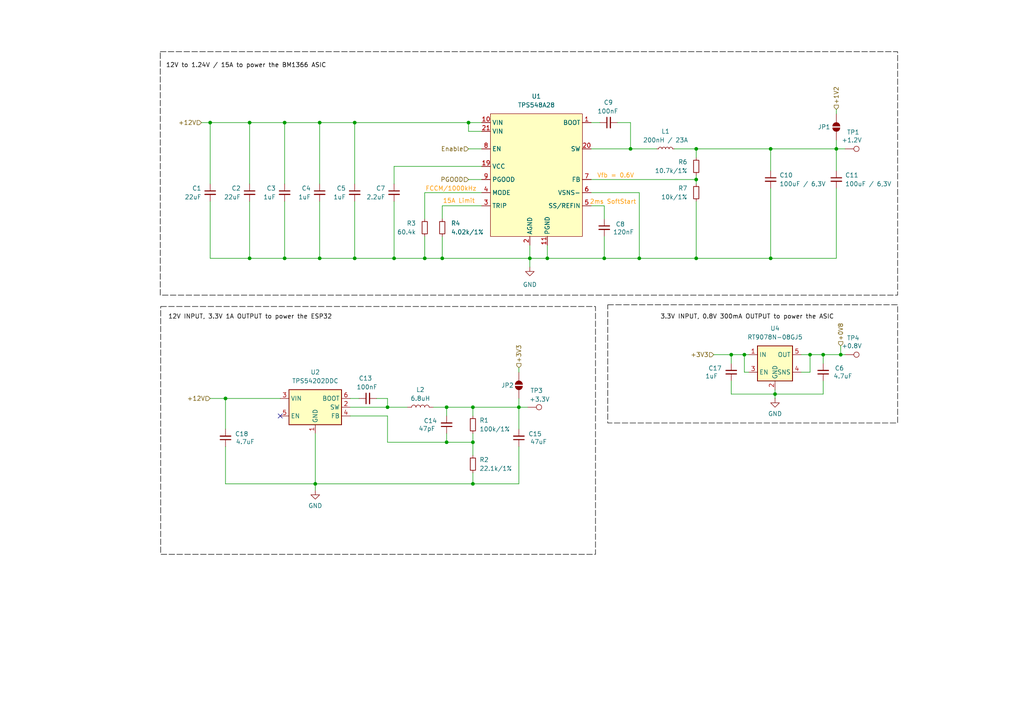
<source format=kicad_sch>
(kicad_sch (version 20231120) (generator "eeschema") (generator_version "8.0")
  (paper "A4")
  (title_block (title "Blockchain Guard") (date "2025-01-03") (rev "1.0.0") (company "Blockchain Guards UG"))
  (lib_symbols
    (symbol "Connector:TestPoint" (pin_numbers hide) (pin_names (offset 0.762) hide)
      (property "Reference" "TP" (at 0 6.858 0))
      (property "Value" "TestPoint" (at 0 5.08 0))
      (symbol "TestPoint_0_1"
        (circle (center 0 3.302) (radius 0.762))
      )
      (symbol "TestPoint_1_1"
        (pin passive line (at 0 0 90) (length 2.54) (name "1") (number "1"))
      )
    )
    (symbol "Device:C_Small" (pin_numbers hide) (pin_names (offset 0.254) hide)
      (property "Reference" "C" (at 0.254 1.778 0))
      (property "Value" "C_Small" (at 0.254 -2.032 0))
      (symbol "C_Small_0_1"
        (polyline (pts (xy -1.524 -0.508) (xy 1.524 -0.508)) (stroke (width 0.3302)))
        (polyline (pts (xy -1.524 0.508) (xy 1.524 0.508)) (stroke (width 0.3048)))
      )
      (symbol "C_Small_1_1"
        (pin passive line (at 0 2.54 270) (length 2.032) (name "~") (number "1"))
        (pin passive line (at 0 -2.54 90) (length 2.032) (name "~") (number "2"))
      )
    )
    (symbol "Device:L" (pin_numbers hide) (pin_names (offset 1.016) hide)
      (property "Reference" "L" (at -1.27 0 90))
      (property "Value" "L" (at 1.905 0 90))
      (symbol "L_0_1"
        (arc (start 0 -2.54) (mid 0.6323 -1.905) (end 0 -1.27))
        (arc (start 0 -1.27) (mid 0.6323 -0.635) (end 0 0))
        (arc (start 0 0) (mid 0.6323 0.635) (end 0 1.27))
        (arc (start 0 1.27) (mid 0.6323 1.905) (end 0 2.54))
      )
      (symbol "L_1_1"
        (pin passive line (at 0 3.81 270) (length 1.27) (name "1") (number "1"))
        (pin passive line (at 0 -3.81 90) (length 1.27) (name "2") (number "2"))
      )
    )
    (symbol "Device:L_Small" (pin_numbers hide) (pin_names (offset 0.254) hide)
      (property "Reference" "L" (at 0.762 1.016 0))
      (property "Value" "L_Small" (at 0.762 -1.016 0))
      (symbol "L_Small_0_1"
        (arc (start 0 -2.032) (mid 0.5058 -1.524) (end 0 -1.016))
        (arc (start 0 -1.016) (mid 0.5058 -0.508) (end 0 0))
        (arc (start 0 0) (mid 0.5058 0.508) (end 0 1.016))
        (arc (start 0 1.016) (mid 0.5058 1.524) (end 0 2.032))
      )
      (symbol "L_Small_1_1"
        (pin passive line (at 0 2.54 270) (length 0.508) (name "~") (number "1"))
        (pin passive line (at 0 -2.54 90) (length 0.508) (name "~") (number "2"))
      )
    )
    (symbol "Device:R_Small" (pin_numbers hide) (pin_names (offset 0.254) hide)
      (property "Reference" "R" (at 0.762 0.508 0))
      (property "Value" "R_Small" (at 0.762 -1.016 0))
      (symbol "R_Small_0_1"
        (rectangle (start -0.762 1.778) (end 0.762 -1.778) (stroke (width 0.2032)))
      )
      (symbol "R_Small_1_1"
        (pin passive line (at 0 2.54 270) (length 0.762) (name "~") (number "1"))
        (pin passive line (at 0 -2.54 90) (length 0.762) (name "~") (number "2"))
      )
    )
    (symbol "Jumper:SolderJumper_2_Open" (pin_numbers hide) (pin_names (offset 0) hide) (exclude_from_sim yes) (in_bom no)
      (property "Reference" "JP" (at 0 2.032 0))
      (property "Value" "SolderJumper_2_Open" (at 0 -2.54 0))
      (symbol "SolderJumper_2_Open_0_1"
        (arc (start -0.254 1.016) (mid -1.2656 0) (end -0.254 -1.016))
        (arc (start -0.254 1.016) (mid -1.2656 0) (end -0.254 -1.016) (fill (type outline)))
        (polyline (pts (xy -0.254 1.016) (xy -0.254 -1.016)))
        (polyline (pts (xy 0.254 1.016) (xy 0.254 -1.016)))
        (arc (start 0.254 -1.016) (mid 1.2656 0) (end 0.254 1.016))
        (arc (start 0.254 -1.016) (mid 1.2656 0) (end 0.254 1.016) (fill (type outline)))
      )
      (symbol "SolderJumper_2_Open_1_1"
        (pin passive line (at -3.81 0 0) (length 2.54) (name "A") (number "1"))
        (pin passive line (at 3.81 0 180) (length 2.54) (name "B") (number "2"))
      )
    )
    (symbol "Power_BK:RT9078N-08GJ5"
      (property "Reference" "U" (at 0 8.89 0))
      (property "Value" "RT9078N-08GJ5" (at 0 6.35 0))
      (symbol "RT9078N-08GJ5_0_1"
        (rectangle (start -5.08 5.08) (end 5.08 -5.08) (stroke (width 0.254)) (fill (type background)))
      )
      (symbol "RT9078N-08GJ5_1_1"
        (pin power_in line (at -7.62 2.54 0) (length 2.54) (name "IN") (number "1"))
        (pin power_in line (at 0 -7.62 90) (length 2.54) (name "GND") (number "2"))
        (pin input line (at -7.62 -2.54 0) (length 2.54) (name "EN") (number "3"))
        (pin input line (at 7.62 -2.54 180) (length 2.54) (name "SNS") (number "4"))
        (pin power_out line (at 7.62 2.54 180) (length 2.54) (name "OUT") (number "5"))
      )
    )
    (symbol "Power_BK:TPS548A28"
      (property "Reference" "U" (at 0 21.336 0))
      (property "Value" "TPS548A28" (at 0.254 18.288 0))
      (symbol "TPS548A28_1_1"
        (rectangle (start -13.97 16.51) (end 12.7 -19.05) (fill (type background)))
        (pin bidirectional line (at 15.24 13.97 180) (length 2.54) (name "BOOT") (number "1"))
        (pin power_in line (at -16.51 13.97 0) (length 2.54) (name "VIN") (number "10"))
        (pin power_in line (at 2.54 -21.59 90) (length 2.54) (name "PGND") (number "11"))
        (pin bidirectional line (at -16.51 1.27 0) (length 2.54) (name "VCC") (number "19"))
        (pin power_in line (at -2.54 -21.59 90) (length 2.54) (name "AGND") (number "2"))
        (pin output line (at 15.24 6.35 180) (length 2.54) (name "SW") (number "20"))
        (pin power_in line (at -16.51 11.43 0) (length 2.54) (name "VIN") (number "21"))
        (pin bidirectional line (at -16.51 -10.16 0) (length 2.54) (name "TRIP") (number "3"))
        (pin input line (at -16.51 -6.35 0) (length 2.54) (name "MODE") (number "4"))
        (pin bidirectional line (at 15.24 -10.16 180) (length 2.54) (name "SS/REFIN") (number "5"))
        (pin input line (at 15.24 -6.35 180) (length 2.54) (name "VSNS-") (number "6"))
        (pin input line (at 15.24 -2.54 180) (length 2.54) (name "FB") (number "7"))
        (pin input line (at -16.51 6.35 0) (length 2.54) (name "EN") (number "8"))
        (pin output line (at -16.51 -2.54 0) (length 2.54) (name "PGOOD") (number "9"))
      )
    )
    (symbol "Regulator_Switching:TPS54202DDC"
      (property "Reference" "U" (at -7.62 6.35 0))
      (property "Value" "TPS54202DDC" (at 0 6.35 0))
      (symbol "TPS54202DDC_0_1"
        (rectangle (start -7.62 5.08) (end 7.62 -5.08) (stroke (width 0.254)) (fill (type background)))
      )
      (symbol "TPS54202DDC_1_1"
        (pin power_in line (at 0 -7.62 90) (length 2.54) (name "GND") (number "1"))
        (pin power_out line (at 10.16 0 180) (length 2.54) (name "SW") (number "2"))
        (pin power_in line (at -10.16 2.54 0) (length 2.54) (name "VIN") (number "3"))
        (pin input line (at 10.16 -2.54 180) (length 2.54) (name "FB") (number "4"))
        (pin input line (at -10.16 -2.54 0) (length 2.54) (name "EN") (number "5"))
        (pin passive line (at 10.16 2.54 180) (length 2.54) (name "BOOT") (number "6"))
      )
    )
    (symbol "power:GND" (power) (pin_numbers hide) (pin_names (offset 0) hide)
      (property "Value" "GND" (at 0 -3.81 0))
      (symbol "GND_0_1"
        (polyline (pts (xy 0 0) (xy 0 -1.27) (xy 1.27 -1.27) (xy 0 -2.54) (xy -1.27 -1.27) (xy 0 -1.27)))
      )
      (symbol "GND_1_1"
        (pin power_in line (at 0 0 270) (length 0) (name "~") (number "1"))
      )
    )
  )
  (junction (at 60.96 35.56))
  (junction (at 135.89 35.56))
  (junction (at 242.57 43.18))
  (junction (at 243.84 102.87))
  (junction (at 102.87 74.93))
  (junction (at 212.09 102.87))
  (junction (at 123.19 74.93))
  (junction (at 92.71 74.93))
  (junction (at 72.39 35.56))
  (junction (at 175.26 74.93))
  (junction (at 92.71 35.56))
  (junction (at 223.52 74.93))
  (junction (at 114.3 74.93))
  (junction (at 182.88 43.18))
  (junction (at 91.44 140.335))
  (junction (at 72.39 74.93))
  (junction (at 158.75 74.93))
  (junction (at 129.54 128.27))
  (junction (at 112.395 118.11))
  (junction (at 129.54 118.11))
  (junction (at 201.93 74.93))
  (junction (at 65.405 115.57))
  (junction (at 223.52 43.18))
  (junction (at 238.76 102.87))
  (junction (at 137.16 140.335))
  (junction (at 137.16 128.27))
  (junction (at 224.79 114.3))
  (junction (at 153.67 74.93))
  (junction (at 150.495 118.11))
  (junction (at 234.95 102.87))
  (junction (at 137.16 118.11))
  (junction (at 102.87 35.56))
  (junction (at 185.42 74.93))
  (junction (at 128.27 74.93))
  (junction (at 201.93 52.07))
  (junction (at 215.9 102.87))
  (junction (at 82.55 74.93))
  (junction (at 82.55 35.56))
  (junction (at 201.93 43.18))
  (no_connect (at 81.28 120.65))
  (wire (pts (xy 150.495 118.11) (xy 150.495 124.46)))
  (wire (pts (xy 129.54 118.11) (xy 129.54 120.65)))
  (wire (pts (xy 185.42 55.88) (xy 185.42 74.93)))
  (wire (pts (xy 72.39 74.93) (xy 82.55 74.93)))
  (wire (pts (xy 128.27 74.93) (xy 123.19 74.93)))
  (wire (pts (xy 112.395 118.11) (xy 112.395 115.57)))
  (wire (pts (xy 150.495 106.68) (xy 150.495 107.95)))
  (wire (pts (xy 201.93 58.42) (xy 201.93 74.93)))
  (wire (pts (xy 150.495 129.54) (xy 150.495 140.335)))
  (wire (pts (xy 102.87 35.56) (xy 102.87 53.34)))
  (wire (pts (xy 242.57 40.64) (xy 242.57 43.18)))
  (wire (pts (xy 201.93 52.07) (xy 201.93 53.34)))
  (wire (pts (xy 65.405 129.54) (xy 65.405 140.335)))
  (wire (pts (xy 242.57 74.93) (xy 223.52 74.93)))
  (wire (pts (xy 60.96 115.57) (xy 65.405 115.57)))
  (wire (pts (xy 65.405 115.57) (xy 81.28 115.57)))
  (wire (pts (xy 224.79 114.3) (xy 238.76 114.3)))
  (wire (pts (xy 128.27 59.69) (xy 128.27 63.5)))
  (wire (pts (xy 223.52 43.18) (xy 201.93 43.18)))
  (wire (pts (xy 171.45 55.88) (xy 185.42 55.88)))
  (wire (pts (xy 195.58 43.18) (xy 201.93 43.18)))
  (wire (pts (xy 92.71 74.93) (xy 82.55 74.93)))
  (wire (pts (xy 175.26 74.93) (xy 158.75 74.93)))
  (wire (pts (xy 112.395 118.11) (xy 118.11 118.11)))
  (wire (pts (xy 102.87 74.93) (xy 114.3 74.93)))
  (wire (pts (xy 217.17 107.95) (xy 215.9 107.95)))
  (wire (pts (xy 175.26 68.58) (xy 175.26 74.93)))
  (wire (pts (xy 114.3 58.42) (xy 114.3 74.93)))
  (wire (pts (xy 125.73 118.11) (xy 129.54 118.11)))
  (wire (pts (xy 123.19 68.58) (xy 123.19 74.93)))
  (wire (pts (xy 128.27 68.58) (xy 128.27 74.93)))
  (wire (pts (xy 212.09 114.3) (xy 224.79 114.3)))
  (wire (pts (xy 182.88 35.56) (xy 182.88 43.18)))
  (wire (pts (xy 135.89 52.07) (xy 139.7 52.07)))
  (wire (pts (xy 242.57 31.75) (xy 242.57 33.02)))
  (wire (pts (xy 91.44 125.73) (xy 91.44 140.335)))
  (wire (pts (xy 65.405 140.335) (xy 91.44 140.335)))
  (wire (pts (xy 112.395 128.27) (xy 112.395 120.65)))
  (wire (pts (xy 139.7 38.1) (xy 135.89 38.1)))
  (wire (pts (xy 171.45 43.18) (xy 182.88 43.18)))
  (wire (pts (xy 102.87 35.56) (xy 92.71 35.56)))
  (wire (pts (xy 232.41 107.95) (xy 234.95 107.95)))
  (wire (pts (xy 139.7 35.56) (xy 135.89 35.56)))
  (wire (pts (xy 72.39 58.42) (xy 72.39 74.93)))
  (wire (pts (xy 207.01 102.87) (xy 212.09 102.87)))
  (wire (pts (xy 158.75 74.93) (xy 158.75 71.12)))
  (wire (pts (xy 72.39 35.56) (xy 72.39 53.34)))
  (wire (pts (xy 153.67 74.93) (xy 153.67 77.47)))
  (wire (pts (xy 150.495 140.335) (xy 137.16 140.335)))
  (wire (pts (xy 171.45 35.56) (xy 173.99 35.56)))
  (wire (pts (xy 234.95 102.87) (xy 238.76 102.87)))
  (wire (pts (xy 101.6 115.57) (xy 104.14 115.57)))
  (wire (pts (xy 223.52 43.18) (xy 223.52 49.53)))
  (wire (pts (xy 243.84 102.87) (xy 245.11 102.87)))
  (wire (pts (xy 102.87 74.93) (xy 92.71 74.93)))
  (wire (pts (xy 242.57 54.61) (xy 242.57 74.93)))
  (wire (pts (xy 150.495 118.11) (xy 153.035 118.11)))
  (wire (pts (xy 123.19 74.93) (xy 114.3 74.93)))
  (wire (pts (xy 114.3 48.26) (xy 114.3 53.34)))
  (wire (pts (xy 91.44 140.335) (xy 91.44 142.24)))
  (wire (pts (xy 201.93 74.93) (xy 185.42 74.93)))
  (wire (pts (xy 72.39 74.93) (xy 60.96 74.93)))
  (wire (pts (xy 60.96 74.93) (xy 60.96 58.42)))
  (wire (pts (xy 243.84 100.33) (xy 243.84 102.87)))
  (wire (pts (xy 114.3 48.26) (xy 139.7 48.26)))
  (wire (pts (xy 137.16 140.335) (xy 137.16 137.16)))
  (wire (pts (xy 92.71 58.42) (xy 92.71 74.93)))
  (wire (pts (xy 182.88 43.18) (xy 190.5 43.18)))
  (wire (pts (xy 82.55 35.56) (xy 82.55 53.34)))
  (wire (pts (xy 65.405 115.57) (xy 65.405 124.46)))
  (wire (pts (xy 238.76 102.87) (xy 238.76 105.41)))
  (wire (pts (xy 92.71 35.56) (xy 92.71 53.34)))
  (wire (pts (xy 128.27 74.93) (xy 153.67 74.93)))
  (wire (pts (xy 153.67 71.12) (xy 153.67 74.93)))
  (wire (pts (xy 82.55 58.42) (xy 82.55 74.93)))
  (wire (pts (xy 101.6 118.11) (xy 112.395 118.11)))
  (wire (pts (xy 137.16 128.27) (xy 137.16 132.08)))
  (wire (pts (xy 112.395 120.65) (xy 101.6 120.65)))
  (wire (pts (xy 212.09 110.49) (xy 212.09 114.3)))
  (wire (pts (xy 215.9 102.87) (xy 217.17 102.87)))
  (wire (pts (xy 223.52 74.93) (xy 201.93 74.93)))
  (wire (pts (xy 238.76 114.3) (xy 238.76 110.49)))
  (wire (pts (xy 175.26 59.69) (xy 175.26 63.5)))
  (wire (pts (xy 112.395 115.57) (xy 109.22 115.57)))
  (wire (pts (xy 72.39 35.56) (xy 82.55 35.56)))
  (wire (pts (xy 201.93 50.8) (xy 201.93 52.07)))
  (wire (pts (xy 129.54 118.11) (xy 137.16 118.11)))
  (wire (pts (xy 129.54 128.27) (xy 112.395 128.27)))
  (wire (pts (xy 60.96 35.56) (xy 60.96 53.34)))
  (wire (pts (xy 215.9 102.87) (xy 215.9 107.95)))
  (wire (pts (xy 150.495 115.57) (xy 150.495 118.11)))
  (wire (pts (xy 137.16 120.65) (xy 137.16 118.11)))
  (wire (pts (xy 139.7 43.18) (xy 135.89 43.18)))
  (wire (pts (xy 185.42 74.93) (xy 175.26 74.93)))
  (wire (pts (xy 135.89 35.56) (xy 135.89 38.1)))
  (wire (pts (xy 102.87 58.42) (xy 102.87 74.93)))
  (wire (pts (xy 123.19 55.88) (xy 123.19 63.5)))
  (wire (pts (xy 232.41 102.87) (xy 234.95 102.87)))
  (wire (pts (xy 139.7 59.69) (xy 128.27 59.69)))
  (wire (pts (xy 137.16 118.11) (xy 150.495 118.11)))
  (wire (pts (xy 139.7 55.88) (xy 123.19 55.88)))
  (wire (pts (xy 102.87 35.56) (xy 135.89 35.56)))
  (wire (pts (xy 72.39 35.56) (xy 60.96 35.56)))
  (wire (pts (xy 223.52 54.61) (xy 223.52 74.93)))
  (wire (pts (xy 91.44 140.335) (xy 137.16 140.335)))
  (wire (pts (xy 234.95 102.87) (xy 234.95 107.95)))
  (wire (pts (xy 171.45 52.07) (xy 201.93 52.07)))
  (wire (pts (xy 129.54 125.73) (xy 129.54 128.27)))
  (wire (pts (xy 212.09 102.87) (xy 215.9 102.87)))
  (wire (pts (xy 224.79 114.3) (xy 224.79 115.57)))
  (wire (pts (xy 242.57 43.18) (xy 245.11 43.18)))
  (wire (pts (xy 179.07 35.56) (xy 182.88 35.56)))
  (wire (pts (xy 242.57 49.53) (xy 242.57 43.18)))
  (wire (pts (xy 153.67 74.93) (xy 158.75 74.93)))
  (wire (pts (xy 92.71 35.56) (xy 82.55 35.56)))
  (wire (pts (xy 129.54 128.27) (xy 137.16 128.27)))
  (wire (pts (xy 238.76 102.87) (xy 243.84 102.87)))
  (wire (pts (xy 201.93 43.18) (xy 201.93 45.72)))
  (wire (pts (xy 224.79 113.03) (xy 224.79 114.3)))
  (wire (pts (xy 212.09 102.87) (xy 212.09 105.41)))
  (wire (pts (xy 242.57 43.18) (xy 223.52 43.18)))
  (wire (pts (xy 137.16 125.73) (xy 137.16 128.27)))
  (wire (pts (xy 58.42 35.56) (xy 60.96 35.56)))
  (wire (pts (xy 171.45 59.69) (xy 175.26 59.69)))
  (rectangle (start 46.482 14.986) (end 260.35 85.598) (stroke (width 0) (type dash) (color 0 0 0 1)))
  (rectangle (start 176.276 88.392) (end 260.35 122.682) (stroke (width 0) (type dash) (color 0 0 0 1)))
  (rectangle (start 46.609 88.9) (end 172.72 160.782) (stroke (width 0) (type dash) (color 0 0 0 1)))
  (text "2ms SoftStart" (at 177.8 58.674 0) (effects (font (size 1.27 1.27))))
  (text "FCCM/1000kHz" (at 130.81 54.864 0) (effects (font (size 1.27 1.27))))
  (text "12V to 1.24V / 15A to power the BM1366 ASIC" (at 71.374 19.05 0) (effects (font (size 1.27 1.27))))
  (text "15A Limit" (at 133.096 58.42 0) (effects (font (size 1.27 1.27))))
  (text "12V INPUT, 3.3V 1A OUTPUT to power the ESP32" (at 48.768 92.71 0) (effects (font (size 1.27 1.27)) (justify left bottom)))
  (text "Vfb = 0.6V" (at 178.562 51.054 0) (effects (font (size 1.27 1.27))))
  (text "3.3V INPUT, 0.8V 300mA OUTPUT to power the ASIC" (at 191.516 92.71 0) (effects (font (size 1.27 1.27)) (justify left bottom)))
  (hierarchical_label "+1V2" (shape input) (at 242.57 31.75 90))
  (hierarchical_label "+0V8" (shape input) (at 243.84 100.33 90))
  (hierarchical_label "+12V" (shape input) (at 58.42 35.56 180))
  (hierarchical_label "+3V3" (shape input) (at 150.495 106.68 90))
  (hierarchical_label "PGOOD" (shape input) (at 135.89 52.07 180))
  (hierarchical_label "+3V3" (shape input) (at 207.01 102.87 180))
  (hierarchical_label "Enable" (shape input) (at 135.89 43.18 180))
  (hierarchical_label "+12V" (shape input) (at 60.96 115.57 180))
  (symbol (lib_id "Device:C_Small") (at 212.09 107.95 180) (unit 1)
    (property "Reference" "C17" (at 207.391 106.807 0))
    (property "Value" "1uF" (at 206.375 109.093 0))
    (property "Footprint" "Capacitor_SMD:C_0603_1608Metric" (effects (hide yes)))
    (property "Datasheet" "https://www.lcsc.com/datasheet/lcsc_datasheet_2209191700_Samsung-Electro-Mechanics-CL10A105KO8NNNC_C1592.pdf" (effects (hide yes)))
    (property "LCSC" "C1592" (effects (hide yes)))
  )
  (symbol (lib_id "Device:C_Small") (at 114.3 55.88 0) (mirror y) (unit 1)
    (property "Reference" "C7" (at 111.76 54.6162 0) (effects (justify left)))
    (property "Value" "2.2uF" (at 111.76 57.1562 0) (effects (justify left)))
    (property "Footprint" "Capacitor_SMD:C_0603_1608Metric" (effects (hide yes)))
    (property "Datasheet" "https://www.lcsc.com/datasheet/lcsc_datasheet_2304140030_Samsung-Electro-Mechanics-CL10A225KQ8NNNC_C71000.pdf" (effects (hide yes)))
    (property "LCSC" "C71000" (effects (hide yes)))
  )
  (symbol (lib_id "Device:R_Small") (at 128.27 66.04 0) (unit 1)
    (property "Reference" "R4" (at 130.81 64.7699 0) (effects (justify left)))
    (property "Value" "4.02k/1%" (at 130.81 67.3099 0) (effects (justify left)))
    (property "Footprint" "Capacitor_SMD:C_0603_1608Metric" (effects (hide yes)))
    (property "Datasheet" "https://www.lcsc.com/datasheet/lcsc_datasheet_2411221126_UNI-ROYAL-Uniroyal-Elec-0603WAF4021T5E_C23040.pdf" (effects (hide yes)))
    (property "LCSC" "C23040" (effects (hide yes)))
  )
  (symbol (lib_id "power:GND") (at 224.79 115.57 0) (unit 1)
    (property "Reference" "#PWR09" (effects (hide yes)))
    (property "Value" "GND" (at 224.79 120.015 0))
    (property "Description" "Power symbol creates a global label with name \"GND\" , ground" (effects (hide yes)))
  )
  (symbol (lib_id "Device:C_Small") (at 82.55 55.88 0) (mirror y) (unit 1)
    (property "Reference" "C3" (at 80.01 54.6162 0) (effects (justify left)))
    (property "Value" "1uF" (at 80.01 57.1562 0) (effects (justify left)))
    (property "Footprint" "Capacitor_SMD:C_0603_1608Metric" (effects (hide yes)))
    (property "Datasheet" "https://www.lcsc.com/datasheet/lcsc_datasheet_2304140030_Samsung-Electro-Mechanics-CL10A105KB8NNNC_C15849.pdf" (effects (hide yes)))
    (property "LCSC" "C15849" (effects (hide yes)))
  )
  (symbol (lib_id "power:GND") (at 91.44 142.24 0) (unit 1)
    (property "Reference" "#PWR04" (effects (hide yes)))
    (property "Value" "GND" (at 91.44 146.685 0))
    (property "Description" "Power symbol creates a global label with name \"GND\" , ground" (effects (hide yes)))
  )
  (symbol (lib_id "Regulator_Switching:TPS54202DDC") (at 91.44 118.11 0) (unit 1)
    (property "Reference" "U2" (at 91.44 107.95 0))
    (property "Value" "TPS54202DDC" (at 91.44 110.49 0))
    (property "Footprint" "Package_TO_SOT_SMD:SOT-23-6" (effects (hide yes)))
    (property "Datasheet" "http://www.ti.com/lit/ds/symlink/tps54202.pdf" (effects (hide yes)))
    (property "Description" "2A, 4.5 to 28V Input, EMI Friendly integrated switch synchronous step-down regulator, pulse-skipping, SOT-23-6" (effects (hide yes)))
    (property "LCSC" "C191884" (effects (hide yes)))
  )
  (symbol (lib_id "Device:C_Small") (at 176.53 35.56 90) (mirror x) (unit 1)
    (property "Reference" "C9" (at 177.8 29.718 90) (effects (justify left)))
    (property "Value" "100nF" (at 179.324 32.258 90) (effects (justify left)))
    (property "Footprint" "Capacitor_SMD:C_0603_1608Metric" (effects (hide yes)))
    (property "Datasheet" "https://www.lcsc.com/datasheet/lcsc_datasheet_2304140030_FH--Guangdong-Fenghua-Advanced-Tech-0603F104M500NT_C42998.pdf" (effects (hide yes)))
    (property "LCSC" "C42998" (effects (hide yes)))
  )
  (symbol (lib_id "Connector:TestPoint") (at 153.035 118.11 270) (unit 1)
    (property "Reference" "TP3" (at 153.797 113.284 90) (effects (justify left)))
    (property "Value" "+3.3V" (at 153.543 115.824 90) (effects (justify left)))
    (property "Footprint" "TestPoint:TestPoint_Pad_1.0x1.0mm" (effects (hide yes)))
  )
  (symbol (lib_id "Device:R_Small") (at 137.16 123.19 0) (unit 1)
    (property "Reference" "R1" (at 139.065 121.9199 0) (effects (justify left)))
    (property "Value" "100k/1%" (at 139.065 124.4599 0) (effects (justify left)))
    (property "Footprint" "Resistor_SMD:R_0603_1608Metric" (effects (hide yes)))
    (property "Datasheet" "https://www.lcsc.com/datasheet/lcsc_datasheet_2411221127_UNI-ROYAL-Uniroyal-Elec-0603WAF1003T5E_C25803.pdf" (effects (hide yes)))
    (property "LCSC" "C25803" (effects (hide yes)))
  )
  (symbol (lib_id "Device:R_Small") (at 201.93 48.26 0) (mirror y) (unit 1)
    (property "Reference" "R6" (at 199.39 46.9899 0) (effects (justify left)))
    (property "Value" "10.7k/1%" (at 199.39 49.5299 0) (effects (justify left)))
    (property "Footprint" "Resistor_SMD:R_0603_1608Metric" (effects (hide yes)))
    (property "Datasheet" "https://www.lcsc.com/datasheet/lcsc_datasheet_2411221126_UNI-ROYAL-Uniroyal-Elec-0603WAF1072T5E_C22857.pdf" (effects (hide yes)))
    (property "LCSC" "C22857" (effects (hide yes)))
  )
  (symbol (lib_id "Device:R_Small") (at 123.19 66.04 0) (mirror y) (unit 1)
    (property "Reference" "R3" (at 120.65 64.7699 0) (effects (justify left)))
    (property "Value" "60.4k" (at 120.65 67.3099 0) (effects (justify left)))
    (property "Footprint" "Capacitor_SMD:C_0603_1608Metric" (effects (hide yes)))
    (property "Datasheet" "https://www.lcsc.com/datasheet/lcsc_datasheet_2411221126_UNI-ROYAL-Uniroyal-Elec-0603WAF6042T5E_C23089.pdf" (effects (hide yes)))
    (property "LCSC" "C23089" (effects (hide yes)))
  )
  (symbol (lib_id "Jumper:SolderJumper_2_Open") (at 242.57 36.83 90) (unit 1) (exclude_from_sim yes) (in_bom no)
    (property "Reference" "JP1" (at 239.014 36.83 90))
    (property "Footprint" "Jumper:SolderJumper-2_P1.3mm_Open_Pad1.0x1.5mm" (effects (hide yes)))
  )
  (symbol (lib_id "Device:C_Small") (at 60.96 55.88 0) (mirror y) (unit 1)
    (property "Reference" "C1" (at 58.42 54.6162 0) (effects (justify left)))
    (property "Value" "22uF" (at 58.42 57.1562 0) (effects (justify left)))
    (property "Footprint" "Capacitor_SMD:C_1210_3225Metric" (effects (hide yes)))
    (property "Datasheet" "https://www.lcsc.com/datasheet/lcsc_datasheet_1810250907_Murata-Electronics-GRM32ER61E226KE15L_C65428.pdf" (effects (hide yes)))
    (property "LCSC" "C65428" (effects (hide yes)))
  )
  (symbol (lib_id "Device:C_Small") (at 175.26 66.04 0) (unit 1)
    (property "Reference" "C8" (at 178.562 65.024 0) (effects (justify left)))
    (property "Value" "120nF" (at 177.8 67.3162 0) (effects (justify left)))
    (property "Footprint" "Capacitor_SMD:C_0603_1608Metric" (effects (hide yes)))
    (property "Datasheet" "https://www.lcsc.com/datasheet/lcsc_datasheet_2304140030_CCTC-TCC0603X7R124K500CT_C282672.pdf" (effects (hide yes)))
    (property "LCSC" "C282672" (effects (hide yes)))
  )
  (symbol (lib_id "Device:C_Small") (at 242.57 52.07 0) (unit 1)
    (property "Reference" "C11" (at 245.11 50.8062 0) (effects (justify left)))
    (property "Value" "100uF / 6,3V" (at 245.11 53.3462 0) (effects (justify left)))
    (property "Footprint" "Capacitor_SMD:C_1210_3225Metric" (effects (hide yes)))
    (property "Datasheet" "https://www.lcsc.com/datasheet/lcsc_datasheet_1810250911_Murata-Electronics-GRM32ER60J107ME20L_C88154.pdf" (effects (hide yes)))
    (property "LCSC" "C88154" (effects (hide yes)))
  )
  (symbol (lib_id "Device:C_Small") (at 238.76 107.95 0) (mirror x) (unit 1)
    (property "Reference" "C6" (at 243.459 106.807 0))
    (property "Value" "4.7uF" (at 244.475 109.093 0))
    (property "Footprint" "Capacitor_SMD:C_0603_1608Metric" (effects (hide yes)))
    (property "Datasheet" "https://www.lcsc.com/datasheet/lcsc_datasheet_1810261513_Samsung-Electro-Mechanics-CL10A475KA8NQNC_C69335.pdf" (effects (hide yes)))
    (property "LCSC" "C69335" (effects (hide yes)))
  )
  (symbol (lib_id "Device:C_Small") (at 92.71 55.88 0) (mirror y) (unit 1)
    (property "Reference" "C4" (at 90.17 54.6162 0) (effects (justify left)))
    (property "Value" "1uF" (at 90.17 57.1562 0) (effects (justify left)))
    (property "Footprint" "Capacitor_SMD:C_0603_1608Metric" (effects (hide yes)))
    (property "Datasheet" "https://www.lcsc.com/datasheet/lcsc_datasheet_2304140030_Samsung-Electro-Mechanics-CL10A105KB8NNNC_C15849.pdf" (effects (hide yes)))
    (property "LCSC" "C15849" (effects (hide yes)))
  )
  (symbol (lib_id "Device:C_Small") (at 65.405 127 0) (mirror x) (unit 1)
    (property "Reference" "C18" (at 70.104 125.857 0))
    (property "Value" "4.7uF" (at 71.12 128.143 0))
    (property "Footprint" "Capacitor_SMD:C_0603_1608Metric" (effects (hide yes)))
    (property "Datasheet" "https://www.lcsc.com/datasheet/lcsc_datasheet_1810261513_Samsung-Electro-Mechanics-CL10A475KA8NQNC_C69335.pdf" (effects (hide yes)))
    (property "LCSC" "C69335" (effects (hide yes)))
  )
  (symbol (lib_id "power:GND") (at 153.67 77.47 0) (unit 1)
    (property "Reference" "#PWR03" (effects (hide yes)))
    (property "Value" "GND" (at 153.67 82.55 0))
    (property "Description" "Power symbol creates a global label with name \"GND\" , ground" (effects (hide yes)))
  )
  (symbol (lib_id "Power_BK:RT9078N-08GJ5") (at 224.79 105.41 0) (unit 1)
    (property "Reference" "U4" (at 224.79 95.25 0))
    (property "Value" "RT9078N-08GJ5" (at 224.79 97.79 0))
    (property "Footprint" "Package_TO_SOT_SMD:TSOT-23-5" (effects (hide yes)))
  )
  (symbol (lib_id "Connector:TestPoint") (at 245.11 102.87 270) (mirror x) (unit 1)
    (property "Reference" "TP4" (at 245.618 98.044 90) (effects (justify left)))
    (property "Value" "+0.8V" (at 244.094 100.33 90) (effects (justify left)))
    (property "Footprint" "TestPoint:TestPoint_Pad_1.0x1.0mm" (effects (hide yes)))
    (property "Description" "test point" (effects (hide yes)))
  )
  (symbol (lib_id "Device:R_Small") (at 137.16 134.62 0) (unit 1)
    (property "Reference" "R2" (at 139.065 133.3499 0) (effects (justify left)))
    (property "Value" "22.1k/1%" (at 139.065 135.8899 0) (effects (justify left)))
    (property "Footprint" "Resistor_SMD:R_0603_1608Metric" (effects (hide yes)))
    (property "Datasheet" "https://www.lcsc.com/datasheet/lcsc_datasheet_2411221126_UNI-ROYAL-Uniroyal-Elec-0603WAF2212T5E_C25961.pdf" (effects (hide yes)))
    (property "LCSC" "C25961" (effects (hide yes)))
  )
  (symbol (lib_id "Jumper:SolderJumper_2_Open") (at 150.495 111.76 270) (unit 1) (exclude_from_sim yes) (in_bom no)
    (property "Reference" "JP2" (at 147.193 111.76 90))
    (property "Footprint" "Jumper:SolderJumper-2_P1.3mm_Open_Pad1.0x1.5mm" (effects (hide yes)))
  )
  (symbol (lib_id "Device:C_Small") (at 106.68 115.57 90) (mirror x) (unit 1)
    (property "Reference" "C13" (at 107.95 109.728 90) (effects (justify left)))
    (property "Value" "100nF" (at 109.474 112.268 90) (effects (justify left)))
    (property "Footprint" "Capacitor_SMD:C_0603_1608Metric" (effects (hide yes)))
    (property "Datasheet" "https://www.lcsc.com/datasheet/lcsc_datasheet_2304140030_FH--Guangdong-Fenghua-Advanced-Tech-0603F104M500NT_C42998.pdf" (effects (hide yes)))
    (property "LCSC" "C42998" (effects (hide yes)))
  )
  (symbol (lib_id "Device:C_Small") (at 129.54 123.19 180) (unit 1)
    (property "Reference" "C14" (at 124.841 122.047 0))
    (property "Value" "47pF" (at 123.825 124.333 0))
    (property "Footprint" "Capacitor_SMD:C_0603_1608Metric" (effects (hide yes)))
    (property "Datasheet" "https://www.lcsc.com/datasheet/lcsc_datasheet_2304140030_YAGEO-CC0603JRNPO9BN470_C105622.pdf" (effects (hide yes)))
    (property "LCSC" "C105622" (effects (hide yes)))
  )
  (symbol (lib_id "Device:C_Small") (at 102.87 55.88 0) (mirror y) (unit 1)
    (property "Reference" "C5" (at 100.33 54.6162 0) (effects (justify left)))
    (property "Value" "1uF" (at 100.33 57.1562 0) (effects (justify left)))
    (property "Footprint" "Capacitor_SMD:C_0603_1608Metric" (effects (hide yes)))
    (property "Datasheet" "https://www.lcsc.com/datasheet/lcsc_datasheet_2304140030_Samsung-Electro-Mechanics-CL10A105KB8NNNC_C15849.pdf" (effects (hide yes)))
    (property "LCSC" "C15849" (effects (hide yes)))
  )
  (symbol (lib_id "Device:C_Small") (at 72.39 55.88 0) (mirror y) (unit 1)
    (property "Reference" "C2" (at 69.85 54.6162 0) (effects (justify left)))
    (property "Value" "22uF" (at 69.85 57.1562 0) (effects (justify left)))
    (property "Footprint" "Capacitor_SMD:C_1210_3225Metric" (effects (hide yes)))
    (property "Datasheet" "https://www.lcsc.com/datasheet/lcsc_datasheet_1810250907_Murata-Electronics-GRM32ER61E226KE15L_C65428.pdf" (effects (hide yes)))
    (property "LCSC" "C65428" (effects (hide yes)))
  )
  (symbol (lib_id "Device:L") (at 121.92 118.11 90) (unit 1)
    (property "Reference" "L2" (at 121.92 113.03 90))
    (property "Value" "6.8uH" (at 121.92 115.57 90))
    (property "Footprint" "Inductor_SMD_BK:IND-SMD_L4.1-W4.1" (effects (hide yes)))
    (property "Datasheet" "https://www.lcsc.com/datasheet/lcsc_datasheet_2409180941_cjiang--Changjiang-Microelectronics-Tech-FTC404020S6R8MGCA_C39676073.pdf" (effects (hide yes)))
    (property "LCSC" "C39676073" (effects (hide yes)))
  )
  (symbol (lib_id "Device:R_Small") (at 201.93 55.88 0) (mirror y) (unit 1)
    (property "Reference" "R7" (at 199.39 54.6099 0) (effects (justify left)))
    (property "Value" "10k/1%" (at 199.39 57.1499 0) (effects (justify left)))
    (property "Footprint" "Resistor_SMD:R_0603_1608Metric" (effects (hide yes)))
    (property "Datasheet" "https://www.lcsc.com/datasheet/lcsc_datasheet_2411221127_UNI-ROYAL-Uniroyal-Elec-0603WAF1002T5E_C25804.pdf" (effects (hide yes)))
    (property "LCSC" "C25804" (effects (hide yes)))
  )
  (symbol (lib_id "Device:C_Small") (at 150.495 127 0) (mirror x) (unit 1)
    (property "Reference" "C15" (at 155.194 125.857 0))
    (property "Value" "47uF" (at 156.21 128.143 0))
    (property "Footprint" "Capacitor_SMD:C_1210_3225Metric" (effects (hide yes)))
    (property "Datasheet" "https://datasheet.lcsc.com/lcsc/2212021100_Murata-Electronics-GRM32ER61C476KE15L_C77101.pdf?_gl=1*5cetbx*_ga*Nzg0NjQxODcwLjE3MTIwODkzNjE.*_ga_98M84MKSZH*MTcxMjY5NzI5My4xMi4xLjE3MTI3MDEwMTMuMzIuMC4w" (effects (hide yes)))
    (property "Description" "Unpolarized capacitor, small symbol" (effects (hide yes)))
    (property "LCSC" "C77101" (effects (hide yes)))
  )
  (symbol (lib_id "Device:L_Small") (at 193.04 43.18 90) (unit 1)
    (property "Reference" "L1" (at 193.04 38.1 90))
    (property "Value" "200nH / 23A" (at 193.04 40.64 90))
    (property "Footprint" "Inductor_SMD_BK:IND-SMD_L7.3-W6.6" (effects (hide yes)))
    (property "Datasheet" "https://www.lcsc.com/datasheet/lcsc_datasheet_2409271302_YJYCOIN-YSPI0730-R22M_C718390.pdf" (effects (hide yes)))
    (property "LCSC" "C718390" (effects (hide yes)))
  )
  (symbol (lib_id "Power_BK:TPS548A28") (at 156.21 49.53 0) (unit 1)
    (property "Reference" "U1" (at 155.575 27.94 0))
    (property "Value" "TPS548A28" (at 155.575 30.48 0))
    (property "Footprint" "Power_BK:TPS548A28" (effects (hide yes)))
    (property "Datasheet" "https://www.ti.com/lit/gpn/tps548a28" (effects (hide yes)))
    (property "LCSC" "C5219375" (effects (hide yes)))
  )
  (symbol (lib_id "Device:C_Small") (at 223.52 52.07 0) (unit 1)
    (property "Reference" "C10" (at 226.06 50.8062 0) (effects (justify left)))
    (property "Value" "100uF / 6,3V" (at 226.06 53.3462 0) (effects (justify left)))
    (property "Footprint" "Capacitor_SMD:C_1210_3225Metric" (effects (hide yes)))
    (property "Datasheet" "https://www.lcsc.com/datasheet/lcsc_datasheet_1810250911_Murata-Electronics-GRM32ER60J107ME20L_C88154.pdf" (effects (hide yes)))
    (property "LCSC" "C88154" (effects (hide yes)))
  )
  (symbol (lib_id "Connector:TestPoint") (at 245.11 43.18 270) (mirror x) (unit 1)
    (property "Reference" "TP1" (at 245.618 38.354 90) (effects (justify left)))
    (property "Value" "+1.2V" (at 244.094 40.64 90) (effects (justify left)))
    (property "Footprint" "TestPoint:TestPoint_Pad_1.0x1.0mm" (effects (hide yes)))
    (property "Description" "test point" (effects (hide yes)))
  )
)
</source>
